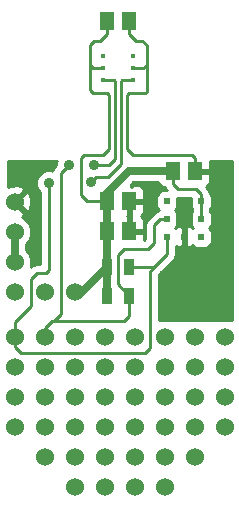
<source format=gtl>
G04 (created by PCBNEW (2013-07-07 BZR 4022)-stable) date 2/6/2015 4:46:30 PM*
%MOIN*%
G04 Gerber Fmt 3.4, Leading zero omitted, Abs format*
%FSLAX34Y34*%
G01*
G70*
G90*
G04 APERTURE LIST*
%ADD10C,0.00590551*%
%ADD11C,0.06*%
%ADD12R,0.035X0.055*%
%ADD13R,0.015748X0.015748*%
%ADD14R,0.0512X0.059*%
%ADD15R,0.019685X0.023622*%
%ADD16R,0.023622X0.019685*%
%ADD17C,0.035*%
%ADD18C,0.025*%
%ADD19C,0.01*%
G04 APERTURE END LIST*
G54D10*
G54D11*
X84156Y-51928D03*
X85156Y-51928D03*
X86156Y-51928D03*
X87156Y-51928D03*
X88156Y-50928D03*
X87156Y-50928D03*
X85156Y-50928D03*
X86156Y-50928D03*
X83156Y-50928D03*
X84156Y-50928D03*
X88156Y-48928D03*
X89156Y-48928D03*
X85156Y-48928D03*
X84156Y-48928D03*
X86156Y-48928D03*
X87156Y-48928D03*
X83156Y-48928D03*
X82156Y-48928D03*
X82156Y-49928D03*
X83156Y-49928D03*
X87156Y-49928D03*
X86156Y-49928D03*
X84156Y-49928D03*
X85156Y-49928D03*
X88156Y-49928D03*
X89156Y-49928D03*
X88156Y-47928D03*
X89156Y-47928D03*
X85156Y-47928D03*
X84156Y-47928D03*
X86156Y-47928D03*
X87156Y-47928D03*
X83156Y-47928D03*
X82156Y-47928D03*
X87156Y-46928D03*
X86156Y-46928D03*
X84156Y-46928D03*
X85156Y-46928D03*
X88156Y-46928D03*
G54D12*
X85225Y-44600D03*
X85975Y-44600D03*
X85225Y-45550D03*
X85975Y-45550D03*
G54D13*
X85089Y-37563D03*
X85089Y-37957D03*
X85089Y-38351D03*
X86113Y-37563D03*
X86113Y-37957D03*
X86113Y-38351D03*
G54D14*
X85976Y-36382D03*
X85226Y-36382D03*
X85225Y-43400D03*
X85975Y-43400D03*
X85225Y-42400D03*
X85975Y-42400D03*
X87425Y-41400D03*
X88175Y-41400D03*
G54D15*
X88370Y-43590D03*
X88370Y-43000D03*
X88370Y-42409D03*
X87229Y-42409D03*
X87229Y-43000D03*
X87229Y-43590D03*
G54D16*
X87800Y-43590D03*
G54D11*
X82156Y-45428D03*
X82156Y-44428D03*
X82156Y-42428D03*
X82156Y-43428D03*
X84156Y-45428D03*
X82156Y-46928D03*
X83156Y-46928D03*
X89156Y-46928D03*
X83156Y-45428D03*
G54D17*
X86700Y-42400D03*
X88000Y-44500D03*
X88500Y-44500D03*
X88500Y-45000D03*
X88000Y-45000D03*
X84800Y-41200D03*
X83950Y-41200D03*
X84700Y-41750D03*
X83300Y-41800D03*
G54D18*
X85225Y-45550D02*
X85225Y-44600D01*
G54D19*
X84350Y-41050D02*
X84350Y-40950D01*
X84450Y-40850D02*
X84550Y-40850D01*
X84350Y-40950D02*
X84450Y-40850D01*
X85299Y-39050D02*
X85299Y-40650D01*
X85299Y-40650D02*
X85100Y-40850D01*
X85100Y-40850D02*
X84550Y-40850D01*
X84650Y-38650D02*
X84650Y-38700D01*
X84650Y-37850D02*
X84650Y-38650D01*
X85299Y-38850D02*
X85299Y-39050D01*
X85249Y-38800D02*
X85299Y-38850D01*
X84750Y-38800D02*
X85249Y-38800D01*
X84650Y-38700D02*
X84750Y-38800D01*
X84350Y-42200D02*
X84350Y-41050D01*
X84550Y-42400D02*
X84350Y-42200D01*
X84550Y-42400D02*
X85225Y-42400D01*
X85089Y-37957D02*
X84757Y-37957D01*
X84650Y-37850D02*
X84650Y-37700D01*
X84757Y-37957D02*
X84650Y-37850D01*
X85226Y-36382D02*
X85226Y-36823D01*
X85226Y-36823D02*
X85000Y-37050D01*
X85000Y-37050D02*
X84800Y-37050D01*
X84800Y-37050D02*
X84650Y-37200D01*
X84650Y-37200D02*
X84650Y-37700D01*
G54D18*
X85225Y-42400D02*
X85225Y-42125D01*
X85950Y-41400D02*
X87425Y-41400D01*
X85225Y-42125D02*
X85950Y-41400D01*
X84156Y-45428D02*
X84396Y-45428D01*
X84396Y-45428D02*
X85225Y-44600D01*
X85225Y-43400D02*
X85225Y-42400D01*
X85225Y-44600D02*
X85225Y-43400D01*
G54D19*
X87425Y-41400D02*
X87425Y-41825D01*
X87425Y-41825D02*
X87600Y-42000D01*
X87600Y-42000D02*
X88200Y-42000D01*
X88200Y-42000D02*
X88370Y-42170D01*
X88370Y-42170D02*
X88370Y-42409D01*
X88370Y-43000D02*
X88370Y-42409D01*
G54D18*
X82156Y-44428D02*
X82156Y-43428D01*
G54D19*
X82156Y-42428D02*
X82328Y-42428D01*
X85975Y-42400D02*
X86700Y-42400D01*
X88000Y-44500D02*
X88500Y-44500D01*
X88500Y-45000D02*
X88000Y-45000D01*
X85900Y-40175D02*
X85900Y-40650D01*
X86100Y-40850D02*
X86600Y-40850D01*
X85900Y-40650D02*
X86100Y-40850D01*
X88175Y-41400D02*
X88175Y-40975D01*
X86000Y-38800D02*
X85950Y-38800D01*
X85900Y-38850D02*
X85900Y-39050D01*
X85950Y-38800D02*
X85900Y-38850D01*
X86550Y-38600D02*
X86550Y-38750D01*
X86550Y-38600D02*
X86550Y-37850D01*
X86500Y-38800D02*
X86000Y-38800D01*
X86550Y-38750D02*
X86500Y-38800D01*
X85900Y-39050D02*
X85900Y-40175D01*
X88050Y-40850D02*
X86600Y-40850D01*
X88175Y-40975D02*
X88050Y-40850D01*
X85976Y-36382D02*
X85976Y-36826D01*
X86442Y-37957D02*
X86113Y-37957D01*
X86550Y-37850D02*
X86442Y-37957D01*
X86550Y-37200D02*
X86550Y-37850D01*
X86400Y-37050D02*
X86550Y-37200D01*
X86200Y-37050D02*
X86400Y-37050D01*
X85976Y-36826D02*
X86200Y-37050D01*
X87800Y-43590D02*
X87800Y-44300D01*
X88500Y-44500D02*
X88500Y-45000D01*
X87800Y-44300D02*
X88000Y-44500D01*
X85600Y-45000D02*
X85600Y-45175D01*
X85600Y-45000D02*
X85600Y-44200D01*
X85600Y-44200D02*
X85800Y-44000D01*
X85800Y-44000D02*
X86600Y-44000D01*
X86600Y-44000D02*
X86800Y-43800D01*
X86800Y-43800D02*
X86800Y-43200D01*
X86800Y-43200D02*
X87000Y-43000D01*
X87229Y-43000D02*
X87000Y-43000D01*
X85600Y-45175D02*
X85975Y-45550D01*
X83700Y-44850D02*
X83700Y-41450D01*
X83450Y-46400D02*
X83700Y-46150D01*
X83700Y-46150D02*
X83700Y-44850D01*
X83400Y-46400D02*
X83450Y-46400D01*
X85300Y-41200D02*
X85500Y-41000D01*
X84800Y-41200D02*
X85300Y-41200D01*
X83700Y-41450D02*
X83950Y-41200D01*
X85451Y-38351D02*
X85089Y-38351D01*
X85500Y-39050D02*
X85500Y-41000D01*
X85451Y-38351D02*
X85500Y-38400D01*
X85500Y-38400D02*
X85500Y-39050D01*
X83156Y-46928D02*
X83156Y-46643D01*
X85975Y-46225D02*
X85975Y-45800D01*
X85800Y-46400D02*
X85975Y-46225D01*
X83400Y-46400D02*
X85800Y-46400D01*
X83156Y-46643D02*
X83400Y-46400D01*
X82156Y-46928D02*
X82156Y-46443D01*
X85700Y-39050D02*
X85700Y-40800D01*
X85748Y-38351D02*
X85700Y-38400D01*
X85700Y-38400D02*
X85700Y-39050D01*
X85748Y-38351D02*
X86113Y-38351D01*
X84700Y-41750D02*
X84850Y-41600D01*
X84850Y-41600D02*
X85250Y-41600D01*
X85250Y-41600D02*
X85700Y-41149D01*
X85700Y-41149D02*
X85700Y-40800D01*
X83300Y-44700D02*
X83300Y-41800D01*
X83200Y-44800D02*
X83300Y-44700D01*
X82900Y-44800D02*
X83200Y-44800D01*
X82700Y-45000D02*
X82900Y-44800D01*
X82700Y-45900D02*
X82700Y-45000D01*
X82156Y-46443D02*
X82700Y-45900D01*
X82156Y-46928D02*
X82156Y-47256D01*
X86650Y-44750D02*
X86800Y-44600D01*
X86650Y-47300D02*
X86650Y-44750D01*
X86500Y-47450D02*
X86650Y-47300D01*
X82350Y-47450D02*
X86500Y-47450D01*
X82156Y-47256D02*
X82350Y-47450D01*
X85975Y-44600D02*
X86800Y-44600D01*
X87229Y-44170D02*
X87229Y-43590D01*
X86800Y-44600D02*
X87229Y-44170D01*
G54D10*
G36*
X82232Y-45434D02*
X82161Y-45504D01*
X82156Y-45499D01*
X82150Y-45504D01*
X82079Y-45434D01*
X82085Y-45428D01*
X82079Y-45422D01*
X82150Y-45352D01*
X82156Y-45357D01*
X82161Y-45352D01*
X82232Y-45422D01*
X82226Y-45428D01*
X82232Y-45434D01*
X82232Y-45434D01*
G37*
G54D19*
X82232Y-45434D02*
X82161Y-45504D01*
X82156Y-45499D01*
X82150Y-45504D01*
X82079Y-45434D01*
X82085Y-45428D01*
X82079Y-45422D01*
X82150Y-45352D01*
X82156Y-45357D01*
X82161Y-45352D01*
X82232Y-45422D01*
X82226Y-45428D01*
X82232Y-45434D01*
G54D10*
G36*
X83552Y-41050D02*
X83525Y-41115D01*
X83524Y-41200D01*
X83487Y-41237D01*
X83422Y-41335D01*
X83412Y-41386D01*
X83384Y-41375D01*
X83215Y-41374D01*
X83059Y-41439D01*
X82939Y-41558D01*
X82875Y-41715D01*
X82874Y-41884D01*
X82939Y-42040D01*
X83000Y-42101D01*
X83000Y-44500D01*
X82900Y-44500D01*
X82785Y-44522D01*
X82710Y-44572D01*
X82710Y-42510D01*
X82699Y-42291D01*
X82637Y-42140D01*
X82541Y-42113D01*
X82226Y-42428D01*
X82541Y-42743D01*
X82637Y-42716D01*
X82710Y-42510D01*
X82710Y-44572D01*
X82687Y-44587D01*
X82683Y-44592D01*
X82705Y-44538D01*
X82706Y-44319D01*
X82622Y-44117D01*
X82531Y-44025D01*
X82531Y-43831D01*
X82622Y-43740D01*
X82705Y-43538D01*
X82706Y-43319D01*
X82622Y-43117D01*
X82468Y-42962D01*
X82392Y-42931D01*
X82443Y-42909D01*
X82471Y-42814D01*
X82156Y-42499D01*
X82150Y-42504D01*
X82079Y-42434D01*
X82085Y-42428D01*
X82079Y-42422D01*
X82150Y-42352D01*
X82156Y-42357D01*
X82471Y-42042D01*
X82443Y-41947D01*
X82237Y-41873D01*
X82019Y-41884D01*
X81919Y-41926D01*
X81919Y-41050D01*
X83552Y-41050D01*
X83552Y-41050D01*
G37*
G54D19*
X83552Y-41050D02*
X83525Y-41115D01*
X83524Y-41200D01*
X83487Y-41237D01*
X83422Y-41335D01*
X83412Y-41386D01*
X83384Y-41375D01*
X83215Y-41374D01*
X83059Y-41439D01*
X82939Y-41558D01*
X82875Y-41715D01*
X82874Y-41884D01*
X82939Y-42040D01*
X83000Y-42101D01*
X83000Y-44500D01*
X82900Y-44500D01*
X82785Y-44522D01*
X82710Y-44572D01*
X82710Y-42510D01*
X82699Y-42291D01*
X82637Y-42140D01*
X82541Y-42113D01*
X82226Y-42428D01*
X82541Y-42743D01*
X82637Y-42716D01*
X82710Y-42510D01*
X82710Y-44572D01*
X82687Y-44587D01*
X82683Y-44592D01*
X82705Y-44538D01*
X82706Y-44319D01*
X82622Y-44117D01*
X82531Y-44025D01*
X82531Y-43831D01*
X82622Y-43740D01*
X82705Y-43538D01*
X82706Y-43319D01*
X82622Y-43117D01*
X82468Y-42962D01*
X82392Y-42931D01*
X82443Y-42909D01*
X82471Y-42814D01*
X82156Y-42499D01*
X82150Y-42504D01*
X82079Y-42434D01*
X82085Y-42428D01*
X82079Y-42422D01*
X82150Y-42352D01*
X82156Y-42357D01*
X82471Y-42042D01*
X82443Y-41947D01*
X82237Y-41873D01*
X82019Y-41884D01*
X81919Y-41926D01*
X81919Y-41050D01*
X83552Y-41050D01*
G54D10*
G36*
X87217Y-42041D02*
X87081Y-42041D01*
X86989Y-42079D01*
X86918Y-42149D01*
X86880Y-42241D01*
X86880Y-42340D01*
X86880Y-42577D01*
X86918Y-42668D01*
X86954Y-42704D01*
X86948Y-42710D01*
X86885Y-42722D01*
X86787Y-42787D01*
X86587Y-42987D01*
X86522Y-43085D01*
X86500Y-43200D01*
X86500Y-43675D01*
X86481Y-43694D01*
X86481Y-43645D01*
X86481Y-43154D01*
X86480Y-43055D01*
X86442Y-42963D01*
X86379Y-42900D01*
X86442Y-42836D01*
X86480Y-42744D01*
X86481Y-42645D01*
X86481Y-42512D01*
X86418Y-42450D01*
X86025Y-42450D01*
X86025Y-42882D01*
X86042Y-42900D01*
X86025Y-42917D01*
X86025Y-43350D01*
X86418Y-43350D01*
X86481Y-43287D01*
X86481Y-43154D01*
X86481Y-43645D01*
X86481Y-43512D01*
X86418Y-43450D01*
X86025Y-43450D01*
X86025Y-43457D01*
X85925Y-43457D01*
X85925Y-43450D01*
X85917Y-43450D01*
X85917Y-43350D01*
X85925Y-43350D01*
X85925Y-42917D01*
X85907Y-42900D01*
X85925Y-42882D01*
X85925Y-42450D01*
X85917Y-42450D01*
X85917Y-42350D01*
X85925Y-42350D01*
X85925Y-42342D01*
X86025Y-42342D01*
X86025Y-42350D01*
X86418Y-42350D01*
X86481Y-42287D01*
X86481Y-42154D01*
X86480Y-42055D01*
X86442Y-41963D01*
X86372Y-41892D01*
X86280Y-41854D01*
X86087Y-41855D01*
X86025Y-41917D01*
X86025Y-41855D01*
X86105Y-41775D01*
X86931Y-41775D01*
X86956Y-41836D01*
X87027Y-41906D01*
X87119Y-41944D01*
X87151Y-41944D01*
X87212Y-42037D01*
X87217Y-42041D01*
X87217Y-42041D01*
G37*
G54D19*
X87217Y-42041D02*
X87081Y-42041D01*
X86989Y-42079D01*
X86918Y-42149D01*
X86880Y-42241D01*
X86880Y-42340D01*
X86880Y-42577D01*
X86918Y-42668D01*
X86954Y-42704D01*
X86948Y-42710D01*
X86885Y-42722D01*
X86787Y-42787D01*
X86587Y-42987D01*
X86522Y-43085D01*
X86500Y-43200D01*
X86500Y-43675D01*
X86481Y-43694D01*
X86481Y-43645D01*
X86481Y-43154D01*
X86480Y-43055D01*
X86442Y-42963D01*
X86379Y-42900D01*
X86442Y-42836D01*
X86480Y-42744D01*
X86481Y-42645D01*
X86481Y-42512D01*
X86418Y-42450D01*
X86025Y-42450D01*
X86025Y-42882D01*
X86042Y-42900D01*
X86025Y-42917D01*
X86025Y-43350D01*
X86418Y-43350D01*
X86481Y-43287D01*
X86481Y-43154D01*
X86481Y-43645D01*
X86481Y-43512D01*
X86418Y-43450D01*
X86025Y-43450D01*
X86025Y-43457D01*
X85925Y-43457D01*
X85925Y-43450D01*
X85917Y-43450D01*
X85917Y-43350D01*
X85925Y-43350D01*
X85925Y-42917D01*
X85907Y-42900D01*
X85925Y-42882D01*
X85925Y-42450D01*
X85917Y-42450D01*
X85917Y-42350D01*
X85925Y-42350D01*
X85925Y-42342D01*
X86025Y-42342D01*
X86025Y-42350D01*
X86418Y-42350D01*
X86481Y-42287D01*
X86481Y-42154D01*
X86480Y-42055D01*
X86442Y-41963D01*
X86372Y-41892D01*
X86280Y-41854D01*
X86087Y-41855D01*
X86025Y-41917D01*
X86025Y-41855D01*
X86105Y-41775D01*
X86931Y-41775D01*
X86956Y-41836D01*
X87027Y-41906D01*
X87119Y-41944D01*
X87151Y-41944D01*
X87212Y-42037D01*
X87217Y-42041D01*
G54D10*
G36*
X89395Y-46350D02*
X86950Y-46350D01*
X86950Y-44874D01*
X87012Y-44812D01*
X87012Y-44812D01*
X87012Y-44812D01*
X87441Y-44382D01*
X87441Y-44382D01*
X87506Y-44285D01*
X87529Y-44170D01*
X87529Y-44170D01*
X87529Y-43889D01*
X87540Y-43900D01*
X87631Y-43938D01*
X87731Y-43939D01*
X87687Y-43938D01*
X87750Y-43876D01*
X87750Y-43639D01*
X87742Y-43639D01*
X87742Y-43541D01*
X87750Y-43541D01*
X87750Y-43304D01*
X87687Y-43242D01*
X87731Y-43242D01*
X87631Y-43242D01*
X87540Y-43280D01*
X87514Y-43305D01*
X87503Y-43295D01*
X87539Y-43259D01*
X87577Y-43168D01*
X87577Y-43068D01*
X87577Y-42832D01*
X87539Y-42740D01*
X87503Y-42704D01*
X87539Y-42669D01*
X87577Y-42577D01*
X87577Y-42478D01*
X87577Y-42295D01*
X87599Y-42299D01*
X87600Y-42300D01*
X88022Y-42300D01*
X88022Y-42340D01*
X88022Y-42577D01*
X88060Y-42668D01*
X88070Y-42679D01*
X88070Y-42729D01*
X88060Y-42740D01*
X88022Y-42831D01*
X88022Y-42931D01*
X88022Y-43167D01*
X88060Y-43259D01*
X88096Y-43295D01*
X88085Y-43305D01*
X88059Y-43280D01*
X87968Y-43242D01*
X87868Y-43242D01*
X87912Y-43242D01*
X87850Y-43304D01*
X87850Y-43541D01*
X87857Y-43541D01*
X87857Y-43639D01*
X87850Y-43639D01*
X87850Y-43876D01*
X87912Y-43938D01*
X87868Y-43939D01*
X87968Y-43938D01*
X88059Y-43900D01*
X88085Y-43875D01*
X88130Y-43920D01*
X88222Y-43958D01*
X88321Y-43958D01*
X88518Y-43958D01*
X88610Y-43920D01*
X88681Y-43850D01*
X88719Y-43758D01*
X88719Y-43659D01*
X88719Y-43422D01*
X88681Y-43331D01*
X88645Y-43295D01*
X88681Y-43259D01*
X88719Y-43168D01*
X88719Y-43068D01*
X88719Y-42832D01*
X88681Y-42740D01*
X88670Y-42729D01*
X88670Y-42679D01*
X88681Y-42669D01*
X88719Y-42577D01*
X88719Y-42478D01*
X88719Y-42241D01*
X88681Y-42149D01*
X88663Y-42131D01*
X88648Y-42056D01*
X88582Y-41958D01*
X88582Y-41958D01*
X88543Y-41919D01*
X88572Y-41907D01*
X88642Y-41836D01*
X88680Y-41744D01*
X88681Y-41645D01*
X88681Y-41512D01*
X88618Y-41450D01*
X88225Y-41450D01*
X88225Y-41457D01*
X88125Y-41457D01*
X88125Y-41450D01*
X88117Y-41450D01*
X88117Y-41350D01*
X88125Y-41350D01*
X88125Y-41342D01*
X88225Y-41342D01*
X88225Y-41350D01*
X88618Y-41350D01*
X88681Y-41287D01*
X88681Y-41154D01*
X88680Y-41055D01*
X88678Y-41050D01*
X89395Y-41050D01*
X89395Y-46350D01*
X89395Y-46350D01*
G37*
G54D19*
X89395Y-46350D02*
X86950Y-46350D01*
X86950Y-44874D01*
X87012Y-44812D01*
X87012Y-44812D01*
X87012Y-44812D01*
X87441Y-44382D01*
X87441Y-44382D01*
X87506Y-44285D01*
X87529Y-44170D01*
X87529Y-44170D01*
X87529Y-43889D01*
X87540Y-43900D01*
X87631Y-43938D01*
X87731Y-43939D01*
X87687Y-43938D01*
X87750Y-43876D01*
X87750Y-43639D01*
X87742Y-43639D01*
X87742Y-43541D01*
X87750Y-43541D01*
X87750Y-43304D01*
X87687Y-43242D01*
X87731Y-43242D01*
X87631Y-43242D01*
X87540Y-43280D01*
X87514Y-43305D01*
X87503Y-43295D01*
X87539Y-43259D01*
X87577Y-43168D01*
X87577Y-43068D01*
X87577Y-42832D01*
X87539Y-42740D01*
X87503Y-42704D01*
X87539Y-42669D01*
X87577Y-42577D01*
X87577Y-42478D01*
X87577Y-42295D01*
X87599Y-42299D01*
X87600Y-42300D01*
X88022Y-42300D01*
X88022Y-42340D01*
X88022Y-42577D01*
X88060Y-42668D01*
X88070Y-42679D01*
X88070Y-42729D01*
X88060Y-42740D01*
X88022Y-42831D01*
X88022Y-42931D01*
X88022Y-43167D01*
X88060Y-43259D01*
X88096Y-43295D01*
X88085Y-43305D01*
X88059Y-43280D01*
X87968Y-43242D01*
X87868Y-43242D01*
X87912Y-43242D01*
X87850Y-43304D01*
X87850Y-43541D01*
X87857Y-43541D01*
X87857Y-43639D01*
X87850Y-43639D01*
X87850Y-43876D01*
X87912Y-43938D01*
X87868Y-43939D01*
X87968Y-43938D01*
X88059Y-43900D01*
X88085Y-43875D01*
X88130Y-43920D01*
X88222Y-43958D01*
X88321Y-43958D01*
X88518Y-43958D01*
X88610Y-43920D01*
X88681Y-43850D01*
X88719Y-43758D01*
X88719Y-43659D01*
X88719Y-43422D01*
X88681Y-43331D01*
X88645Y-43295D01*
X88681Y-43259D01*
X88719Y-43168D01*
X88719Y-43068D01*
X88719Y-42832D01*
X88681Y-42740D01*
X88670Y-42729D01*
X88670Y-42679D01*
X88681Y-42669D01*
X88719Y-42577D01*
X88719Y-42478D01*
X88719Y-42241D01*
X88681Y-42149D01*
X88663Y-42131D01*
X88648Y-42056D01*
X88582Y-41958D01*
X88582Y-41958D01*
X88543Y-41919D01*
X88572Y-41907D01*
X88642Y-41836D01*
X88680Y-41744D01*
X88681Y-41645D01*
X88681Y-41512D01*
X88618Y-41450D01*
X88225Y-41450D01*
X88225Y-41457D01*
X88125Y-41457D01*
X88125Y-41450D01*
X88117Y-41450D01*
X88117Y-41350D01*
X88125Y-41350D01*
X88125Y-41342D01*
X88225Y-41342D01*
X88225Y-41350D01*
X88618Y-41350D01*
X88681Y-41287D01*
X88681Y-41154D01*
X88680Y-41055D01*
X88678Y-41050D01*
X89395Y-41050D01*
X89395Y-46350D01*
M02*

</source>
